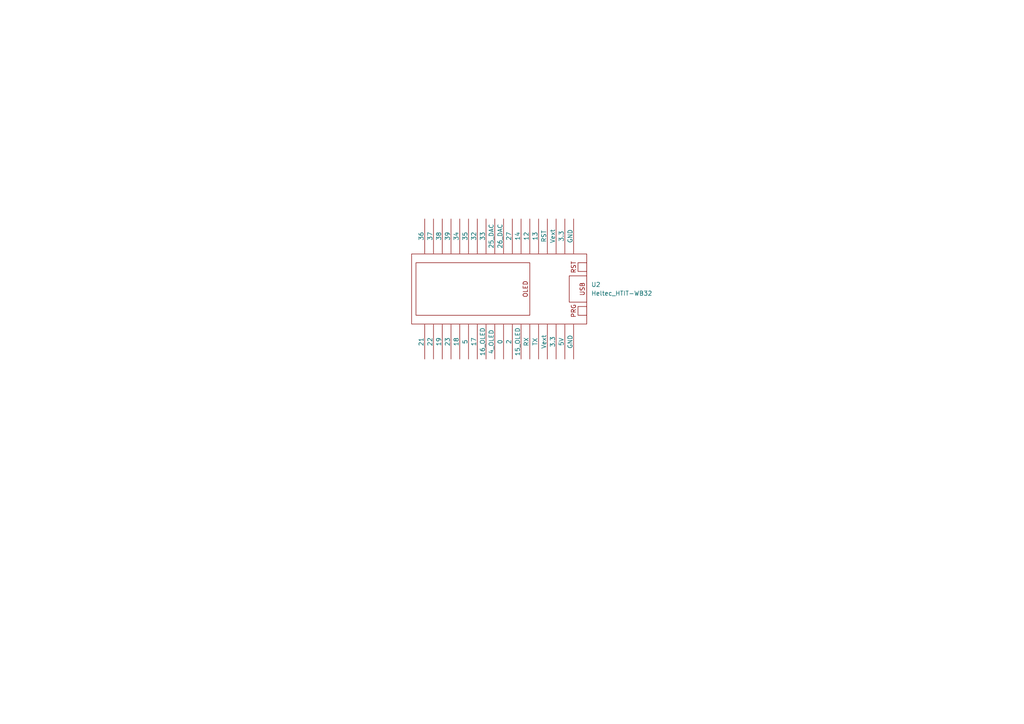
<source format=kicad_sch>
(kicad_sch (version 20230121) (generator eeschema)

  (uuid 66a8a8e0-fec0-4c86-a2da-5c1b93dc3f6d)

  (paper "A4")

  (lib_symbols
    (symbol "DEMO:XIAO_ESP32_SENSE" (in_bom yes) (on_board yes)
      (property "Reference" "U" (at 0 0 0)
        (effects (font (size 1.27 1.27)))
      )
      (property "Value" "" (at 0 0 0)
        (effects (font (size 1.27 1.27)))
      )
      (property "Footprint" "" (at 0 0 0)
        (effects (font (size 1.27 1.27)) hide)
      )
      (property "Datasheet" "" (at 0 0 0)
        (effects (font (size 1.27 1.27)) hide)
      )
      (symbol "XIAO_ESP32_SENSE_0_1"
        (polyline
          (pts
            (xy -20.32 8.89)
            (xy -20.32 -11.43)
            (xy 24.13 -11.43)
            (xy 24.13 8.89)
            (xy -20.32 8.89)
          )
          (stroke (width 0) (type default))
          (fill (type none))
        )
      )
      (symbol "XIAO_ESP32_SENSE_1_1"
        (pin bidirectional line (at -22.86 6.35 0) (length 2.54)
          (name "GPIO1_A0_D0" (effects (font (size 1.27 1.27))))
          (number "1" (effects (font (size 1.27 1.27))))
        )
        (pin bidirectional line (at 26.67 1.27 180) (length 2.54)
          (name "3V3" (effects (font (size 1.27 1.27))))
          (number "10" (effects (font (size 1.27 1.27))))
        )
        (pin bidirectional line (at 26.67 -1.27 180) (length 2.54)
          (name "GPIO9_A10_D10_COPI" (effects (font (size 1.27 1.27))))
          (number "11" (effects (font (size 1.27 1.27))))
        )
        (pin bidirectional line (at 26.67 -3.81 180) (length 2.54)
          (name "GPIO8_A9_D9_CIPO" (effects (font (size 1.27 1.27))))
          (number "12" (effects (font (size 1.27 1.27))))
        )
        (pin bidirectional line (at 26.67 -6.35 180) (length 2.54)
          (name "GPIO7_A8_D8_SCK" (effects (font (size 1.27 1.27))))
          (number "13" (effects (font (size 1.27 1.27))))
        )
        (pin bidirectional line (at 26.67 -8.89 180) (length 2.54)
          (name "GPIO44_D7_RX" (effects (font (size 1.27 1.27))))
          (number "14" (effects (font (size 1.27 1.27))))
        )
        (pin bidirectional line (at -22.86 3.81 0) (length 2.54)
          (name "GPIO2_A1_D1" (effects (font (size 1.27 1.27))))
          (number "2" (effects (font (size 1.27 1.27))))
        )
        (pin bidirectional line (at -22.86 1.27 0) (length 2.54)
          (name "GPIO3_A2_D2" (effects (font (size 1.27 1.27))))
          (number "3" (effects (font (size 1.27 1.27))))
        )
        (pin bidirectional line (at -22.86 -1.27 0) (length 2.54)
          (name "GPIO4_A3_D3" (effects (font (size 1.27 1.27))))
          (number "4" (effects (font (size 1.27 1.27))))
        )
        (pin bidirectional line (at -22.86 -3.81 0) (length 2.54)
          (name "GPIO4_A3_D3_SDA" (effects (font (size 1.27 1.27))))
          (number "5" (effects (font (size 1.27 1.27))))
        )
        (pin bidirectional line (at -22.86 -6.35 0) (length 2.54)
          (name "GPIO6_A5_D5_SCL" (effects (font (size 1.27 1.27))))
          (number "6" (effects (font (size 1.27 1.27))))
        )
        (pin bidirectional line (at -22.86 -8.89 0) (length 2.54)
          (name "GPIO43_TX_D6" (effects (font (size 1.27 1.27))))
          (number "7" (effects (font (size 1.27 1.27))))
        )
        (pin bidirectional line (at 26.67 6.35 180) (length 2.54)
          (name "5V" (effects (font (size 1.27 1.27))))
          (number "8" (effects (font (size 1.27 1.27))))
        )
        (pin bidirectional line (at 26.67 3.81 180) (length 2.54)
          (name "GND" (effects (font (size 1.27 1.27))))
          (number "9" (effects (font (size 1.27 1.27))))
        )
      )
    )
    (symbol "Helkit:Heltec_HTIT-WB32" (pin_numbers hide) (pin_names (offset 0)) (in_bom yes) (on_board yes)
      (property "Reference" "U" (at 0 0 0)
        (effects (font (size 1.27 1.27)))
      )
      (property "Value" "Heltec_HTIT-WB32" (at 0 -26.67 0)
        (effects (font (size 1.27 1.27)))
      )
      (property "Footprint" "" (at 0 0 0)
        (effects (font (size 1.27 1.27)) hide)
      )
      (property "Datasheet" "" (at 0 0 0)
        (effects (font (size 1.27 1.27)))
      )
      (symbol "Heltec_HTIT-WB32_0_0"
        (rectangle (start -5.08 22.86) (end -7.62 25.4)
          (stroke (width 0) (type solid))
          (fill (type none))
        )
        (rectangle (start 3.81 25.4) (end -3.81 20.32)
          (stroke (width 0) (type solid))
          (fill (type none))
        )
        (rectangle (start 5.08 22.86) (end 7.62 25.4)
          (stroke (width 0) (type solid))
          (fill (type none))
        )
        (rectangle (start 7.62 -24.13) (end -7.62 8.89)
          (stroke (width 0) (type solid))
          (fill (type none))
        )
        (rectangle (start 10.16 -25.4) (end -10.16 25.4)
          (stroke (width 0) (type solid))
          (fill (type none))
        )
        (text "OLED" (at 0 7.62 0)
          (effects (font (size 1.27 1.27)))
        )
        (text "PRG" (at 6.35 21.59 0)
          (effects (font (size 1.27 1.27)))
        )
        (text "RST" (at -6.35 21.59 0)
          (effects (font (size 1.27 1.27)))
        )
        (text "USB" (at 0 24.13 0)
          (effects (font (size 1.27 1.27)))
        )
      )
      (symbol "Heltec_HTIT-WB32_1_1"
        (pin bidirectional line (at 20.32 1.27 180) (length 10.0076)
          (name "0" (effects (font (size 1.27 1.27))))
          (number "0" (effects (font (size 1.27 1.27))))
        )
        (pin bidirectional line (at 20.32 11.43 180) (length 10.0076)
          (name "TX" (effects (font (size 1.27 1.27))))
          (number "1" (effects (font (size 1.27 1.27))))
        )
        (pin power_out line (at 20.32 13.97 180) (length 10.0076)
          (name "Vext" (effects (font (size 1.27 1.27))))
          (number "10" (effects (font (size 1.27 1.27))))
        )
        (pin power_in line (at 20.32 16.51 180) (length 10.0076)
          (name "3.3" (effects (font (size 1.27 1.27))))
          (number "11" (effects (font (size 1.27 1.27))))
        )
        (pin bidirectional line (at -20.32 8.89 0) (length 10.0076)
          (name "12" (effects (font (size 1.27 1.27))))
          (number "12" (effects (font (size 1.27 1.27))))
        )
        (pin bidirectional line (at -20.32 11.43 0) (length 10.0076)
          (name "13" (effects (font (size 1.27 1.27))))
          (number "13" (effects (font (size 1.27 1.27))))
        )
        (pin bidirectional line (at -20.32 6.35 0) (length 10.0076)
          (name "14" (effects (font (size 1.27 1.27))))
          (number "14" (effects (font (size 1.27 1.27))))
        )
        (pin bidirectional line (at 20.32 6.35 180) (length 10.0076)
          (name "15_OLED" (effects (font (size 1.27 1.27))))
          (number "15" (effects (font (size 1.27 1.27))))
        )
        (pin bidirectional line (at 20.32 -3.81 180) (length 10.0076)
          (name "16_OLED" (effects (font (size 1.27 1.27))))
          (number "16" (effects (font (size 1.27 1.27))))
        )
        (pin bidirectional line (at 20.32 -6.35 180) (length 10.0076)
          (name "17" (effects (font (size 1.27 1.27))))
          (number "17" (effects (font (size 1.27 1.27))))
        )
        (pin bidirectional line (at 20.32 -11.43 180) (length 10.0076)
          (name "18" (effects (font (size 1.27 1.27))))
          (number "18" (effects (font (size 1.27 1.27))))
        )
        (pin bidirectional line (at 20.32 -16.51 180) (length 10.0076)
          (name "19" (effects (font (size 1.27 1.27))))
          (number "19" (effects (font (size 1.27 1.27))))
        )
        (pin bidirectional line (at 20.32 3.81 180) (length 10.0076)
          (name "2" (effects (font (size 1.27 1.27))))
          (number "2" (effects (font (size 1.27 1.27))))
        )
        (pin power_in line (at 20.32 19.05 180) (length 10.0076)
          (name "5V" (effects (font (size 1.27 1.27))))
          (number "20" (effects (font (size 1.27 1.27))))
        )
        (pin bidirectional line (at 20.32 -21.59 180) (length 10.0076)
          (name "21" (effects (font (size 1.27 1.27))))
          (number "21" (effects (font (size 1.27 1.27))))
        )
        (pin bidirectional line (at 20.32 -19.05 180) (length 10.0076)
          (name "22" (effects (font (size 1.27 1.27))))
          (number "22" (effects (font (size 1.27 1.27))))
        )
        (pin bidirectional line (at 20.32 -13.97 180) (length 10.0076)
          (name "23" (effects (font (size 1.27 1.27))))
          (number "23" (effects (font (size 1.27 1.27))))
        )
        (pin bidirectional line (at -20.32 -1.27 0) (length 10.0076)
          (name "25_DAC" (effects (font (size 1.27 1.27))))
          (number "25" (effects (font (size 1.27 1.27))))
        )
        (pin bidirectional line (at -20.32 1.27 0) (length 10.0076)
          (name "26_DAC" (effects (font (size 1.27 1.27))))
          (number "26" (effects (font (size 1.27 1.27))))
        )
        (pin bidirectional line (at -20.32 3.81 0) (length 10.0076)
          (name "27" (effects (font (size 1.27 1.27))))
          (number "27" (effects (font (size 1.27 1.27))))
        )
        (pin power_in line (at 20.32 21.59 180) (length 10.0076)
          (name "GND" (effects (font (size 1.27 1.27))))
          (number "28" (effects (font (size 1.27 1.27))))
        )
        (pin bidirectional line (at 20.32 8.89 180) (length 10.0076)
          (name "RX" (effects (font (size 1.27 1.27))))
          (number "3" (effects (font (size 1.27 1.27))))
        )
        (pin input line (at -20.32 -6.35 0) (length 10.0076)
          (name "32" (effects (font (size 1.27 1.27))))
          (number "32" (effects (font (size 1.27 1.27))))
        )
        (pin input line (at -20.32 -3.81 0) (length 10.0076)
          (name "33" (effects (font (size 1.27 1.27))))
          (number "33" (effects (font (size 1.27 1.27))))
        )
        (pin input line (at -20.32 -11.43 0) (length 10.0076)
          (name "34" (effects (font (size 1.27 1.27))))
          (number "34" (effects (font (size 1.27 1.27))))
        )
        (pin input line (at -20.32 -8.89 0) (length 10.0076)
          (name "35" (effects (font (size 1.27 1.27))))
          (number "35" (effects (font (size 1.27 1.27))))
        )
        (pin input line (at -20.32 -21.59 0) (length 10.0076)
          (name "36" (effects (font (size 1.27 1.27))))
          (number "36" (effects (font (size 1.27 1.27))))
        )
        (pin input line (at -20.32 -19.05 0) (length 10.0076)
          (name "37" (effects (font (size 1.27 1.27))))
          (number "37" (effects (font (size 1.27 1.27))))
        )
        (pin input line (at -20.32 -16.51 0) (length 10.0076)
          (name "38" (effects (font (size 1.27 1.27))))
          (number "38" (effects (font (size 1.27 1.27))))
        )
        (pin input line (at -20.32 -13.97 0) (length 10.0076)
          (name "39" (effects (font (size 1.27 1.27))))
          (number "39" (effects (font (size 1.27 1.27))))
        )
        (pin bidirectional line (at 20.32 -1.27 180) (length 10.0076)
          (name "4_OLED" (effects (font (size 1.27 1.27))))
          (number "4" (effects (font (size 1.27 1.27))))
        )
        (pin bidirectional line (at 20.32 -8.89 180) (length 10.0076)
          (name "5" (effects (font (size 1.27 1.27))))
          (number "5" (effects (font (size 1.27 1.27))))
        )
        (pin input line (at -20.32 13.97 0) (length 10.0076)
          (name "RST" (effects (font (size 1.27 1.27))))
          (number "6" (effects (font (size 1.27 1.27))))
        )
        (pin power_out line (at -20.32 16.51 0) (length 10.0076)
          (name "Vext" (effects (font (size 1.27 1.27))))
          (number "7" (effects (font (size 1.27 1.27))))
        )
        (pin power_in line (at -20.32 21.59 0) (length 10.0076)
          (name "GND" (effects (font (size 1.27 1.27))))
          (number "8" (effects (font (size 1.27 1.27))))
        )
        (pin power_in line (at -20.32 19.05 0) (length 10.0076)
          (name "3.3" (effects (font (size 1.27 1.27))))
          (number "9" (effects (font (size 1.27 1.27))))
        )
      )
    )
  )


  (symbol (lib_id "Helkit:Heltec_HTIT-WB32") (at 144.78 83.82 270) (unit 1)
    (in_bom yes) (on_board yes) (dnp no) (fields_autoplaced)
    (uuid 7e2aac23-6fe6-4218-ae17-07b00034fad4)
    (property "Reference" "U2" (at 171.45 82.55 90)
      (effects (font (size 1.27 1.27)) (justify left))
    )
    (property "Value" "Heltec_HTIT-WB32" (at 171.45 85.09 90)
      (effects (font (size 1.27 1.27)) (justify left))
    )
    (property "Footprint" "" (at 144.78 83.82 0)
      (effects (font (size 1.27 1.27)) hide)
    )
    (property "Datasheet" "" (at 144.78 83.82 0)
      (effects (font (size 1.27 1.27)))
    )
    (pin "19" (uuid 991c7386-4e5b-4968-8212-35ff378f77fe))
    (pin "14" (uuid 481e6855-dae5-4fa4-9f06-cbf5fda48bd1))
    (pin "38" (uuid 65d65f96-024a-4396-994a-ed63b0cc9632))
    (pin "37" (uuid 490f1455-1911-41c7-b648-a6c34b6ded2a))
    (pin "27" (uuid fc7aac67-ce15-43fc-b925-32801fb94bf5))
    (pin "17" (uuid 2da201f4-44ee-4311-bb0b-b8720fe8f865))
    (pin "23" (uuid 420391ab-1861-439d-9d27-9b9e776a6d26))
    (pin "4" (uuid 43f209f0-8913-460c-9f11-5332b387d549))
    (pin "11" (uuid ab8109e5-dab8-4be5-ba00-94f618898ac4))
    (pin "7" (uuid 9a6be8b6-f994-4ed1-b30b-9440ad303c64))
    (pin "8" (uuid 9a9999e7-c9e0-443e-a77a-b510cb77694e))
    (pin "9" (uuid 8b535970-e7a4-453c-a040-4cfd3923d334))
    (pin "26" (uuid 69e44a6c-560c-448f-8dfd-86ad1587fb19))
    (pin "0" (uuid 2f9fc00b-e287-4e4d-b064-a4cb06810ccd))
    (pin "15" (uuid 4de19fde-afd3-4319-9027-5f0acf132ca5))
    (pin "21" (uuid 5bfc1f1c-cbfe-4a0d-9179-d5e6ad350c52))
    (pin "22" (uuid 5019fccb-fcfc-4cc1-b5e0-7600f8f85680))
    (pin "20" (uuid 8e29681e-2d12-402a-84db-abd71c859a48))
    (pin "32" (uuid 2873e545-f095-4197-a127-32e2bfd38d40))
    (pin "36" (uuid 73c73988-8134-48ff-88ba-36d556375157))
    (pin "3" (uuid cb0f3cd3-2b5f-4b3d-87de-3721761fb97e))
    (pin "39" (uuid 933c9794-35a9-4206-ac91-a36f5762a173))
    (pin "34" (uuid 66c07a1f-642e-4393-9dc0-09926ac1e0c0))
    (pin "35" (uuid c47b77f6-b34c-4c8f-8c46-3a401176b3ad))
    (pin "16" (uuid 946fe37d-9d70-4753-b717-a3ffcc20e9e8))
    (pin "12" (uuid 367ed16c-8dc6-46db-8fae-d03069d08e93))
    (pin "5" (uuid 4f45f33a-7142-48eb-94a0-6b4147a7cec1))
    (pin "18" (uuid 20d6a592-2f5c-4691-b4d7-d91f8552c055))
    (pin "10" (uuid 784fa467-a913-428d-b4d5-68da3efec964))
    (pin "28" (uuid 7414446f-caba-4dc2-a6d2-3c2b7989b965))
    (pin "13" (uuid f401149e-d1c5-4b0d-8b10-2a0be1602736))
    (pin "6" (uuid 69cb6e50-f768-460f-83cc-8a56565ef60d))
    (pin "2" (uuid d13f106b-0817-4de3-aeb1-97f4f7e0b592))
    (pin "25" (uuid ec6b8989-7835-4d14-b3a5-c5977b1427f4))
    (pin "33" (uuid bf9ec387-7870-47d9-ae60-69adc1ae2e9c))
    (pin "1" (uuid 25eb8cdf-b975-469e-ac14-b665803890d9))
    (instances
      (project "pcb_design"
        (path "/66a8a8e0-fec0-4c86-a2da-5c1b93dc3f6d"
          (reference "U2") (unit 1)
        )
      )
    )
  )

  (symbol (lib_id "DEMO:XIAO_ESP32_SENSE") (at -85.09 -11.43 0) (unit 1)
    (in_bom yes) (on_board yes) (dnp no) (fields_autoplaced)
    (uuid ce834aa9-259b-4a24-bf5d-1c60558dabce)
    (property "Reference" "U1" (at -83.185 -22.86 0)
      (effects (font (size 1.27 1.27)))
    )
    (property "Value" "~" (at -85.09 -11.43 0)
      (effects (font (size 1.27 1.27)))
    )
    (property "Footprint" "" (at -85.09 -11.43 0)
      (effects (font (size 1.27 1.27)) hide)
    )
    (property "Datasheet" "" (at -85.09 -11.43 0)
      (effects (font (size 1.27 1.27)) hide)
    )
    (pin "11" (uuid f361bc20-9860-439d-9760-985d3597aff1))
    (pin "8" (uuid 8119a86b-37fb-4c93-9ee7-5e4207fecf7b))
    (pin "5" (uuid 9589c87c-4287-4ce9-ae4f-e2fc93837d60))
    (pin "3" (uuid 6fb80912-020f-48ff-b18a-c3bb32c5cd69))
    (pin "6" (uuid dbed7859-9026-4079-8cf3-2d339cda25fd))
    (pin "1" (uuid c05f05fa-2903-4375-aa1d-4fbc1f43ed45))
    (pin "12" (uuid 1b9d4f6b-ea4b-4471-bbb5-f11eb82e5ced))
    (pin "9" (uuid 9d7d9b7b-1a10-44b9-bfaf-48a4f432410b))
    (pin "4" (uuid c124bd46-5258-4541-97af-573ddc515ae3))
    (pin "10" (uuid 820ea03f-8379-4222-9975-a0abcf698482))
    (pin "2" (uuid 509d70fd-ed69-43cb-baef-62afaceaebd1))
    (pin "13" (uuid 97a11573-36f6-40d8-9dd7-7b65351befcb))
    (pin "7" (uuid 168ced15-038c-4258-a95c-ab82aa6e1bcf))
    (pin "14" (uuid 8ead3797-d6ba-4460-9501-6733ef9116d3))
    (instances
      (project "pcb_design"
        (path "/66a8a8e0-fec0-4c86-a2da-5c1b93dc3f6d"
          (reference "U1") (unit 1)
        )
      )
    )
  )

  (sheet_instances
    (path "/" (page "1"))
  )
)

</source>
